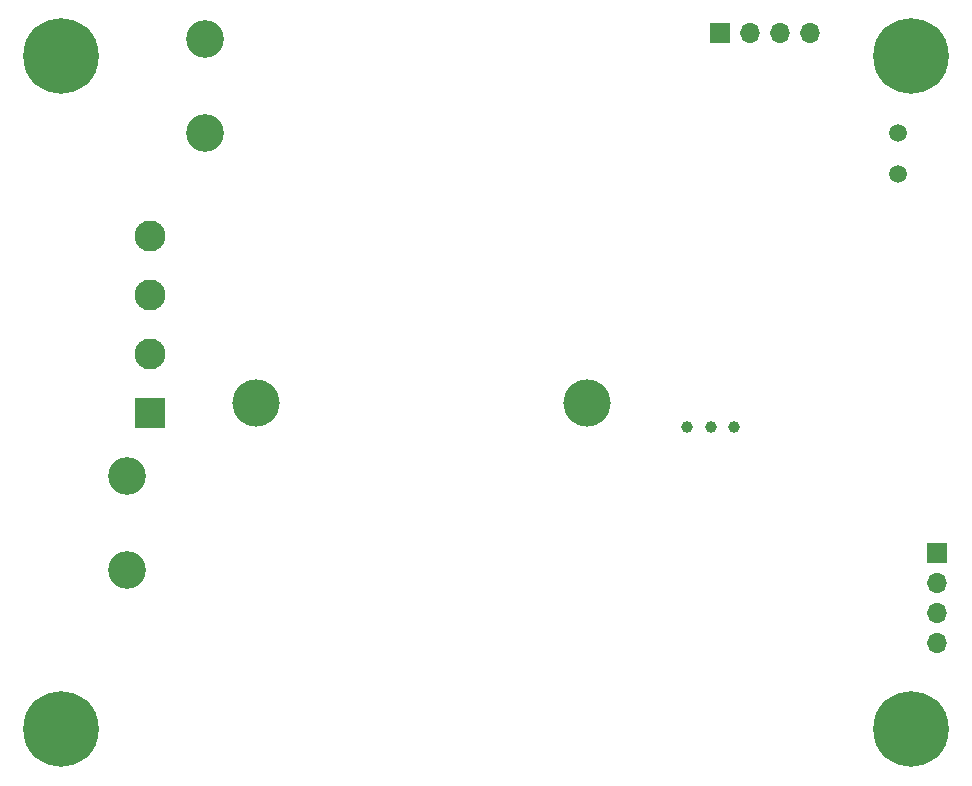
<source format=gbs>
G04 #@! TF.GenerationSoftware,KiCad,Pcbnew,5.1.9+dfsg1-1~bpo10+1*
G04 #@! TF.CreationDate,2021-11-07T18:13:51+00:00*
G04 #@! TF.ProjectId,MPPT_Solar_KiCAD,4d505054-5f53-46f6-9c61-725f4b694341,Rev. 2.1*
G04 #@! TF.SameCoordinates,Original*
G04 #@! TF.FileFunction,Soldermask,Bot*
G04 #@! TF.FilePolarity,Negative*
%FSLAX46Y46*%
G04 Gerber Fmt 4.6, Leading zero omitted, Abs format (unit mm)*
G04 Created by KiCad (PCBNEW 5.1.9+dfsg1-1~bpo10+1) date 2021-11-07 18:13:51*
%MOMM*%
%LPD*%
G01*
G04 APERTURE LIST*
%ADD10R,2.625000X2.625000*%
%ADD11C,2.625000*%
%ADD12C,3.200000*%
%ADD13C,1.000000*%
%ADD14C,1.500000*%
%ADD15O,1.700000X1.700000*%
%ADD16R,1.700000X1.700000*%
%ADD17C,0.800000*%
%ADD18C,6.400000*%
%ADD19C,4.000000*%
G04 APERTURE END LIST*
D10*
X26500000Y-74200000D03*
D11*
X26500000Y-69200000D03*
X26500000Y-64200000D03*
X26500000Y-59200000D03*
D12*
X31200000Y-42500000D03*
X31200000Y-50500000D03*
X24600000Y-79500000D03*
X24600000Y-87500000D03*
D13*
X74000000Y-75400000D03*
X76000000Y-75400000D03*
X72000000Y-75400000D03*
D14*
X89900000Y-54000000D03*
X89900000Y-50500000D03*
D15*
X93200000Y-93720000D03*
X93200000Y-91180000D03*
X93200000Y-88640000D03*
D16*
X93200000Y-86100000D03*
D17*
X92697056Y-42302944D03*
X91000000Y-41600000D03*
X89302944Y-42302944D03*
X88600000Y-44000000D03*
X89302944Y-45697056D03*
X91000000Y-46400000D03*
X92697056Y-45697056D03*
X93400000Y-44000000D03*
D18*
X91000000Y-44000000D03*
D17*
X92697056Y-99302944D03*
X91000000Y-98600000D03*
X89302944Y-99302944D03*
X88600000Y-101000000D03*
X89302944Y-102697056D03*
X91000000Y-103400000D03*
X92697056Y-102697056D03*
X93400000Y-101000000D03*
D18*
X91000000Y-101000000D03*
D17*
X20697056Y-99302944D03*
X19000000Y-98600000D03*
X17302944Y-99302944D03*
X16600000Y-101000000D03*
X17302944Y-102697056D03*
X19000000Y-103400000D03*
X20697056Y-102697056D03*
X21400000Y-101000000D03*
D18*
X19000000Y-101000000D03*
D17*
X20697056Y-42302944D03*
X19000000Y-41600000D03*
X17302944Y-42302944D03*
X16600000Y-44000000D03*
X17302944Y-45697056D03*
X19000000Y-46400000D03*
X20697056Y-45697056D03*
X21400000Y-44000000D03*
D18*
X19000000Y-44000000D03*
D15*
X82420000Y-42000000D03*
X79880000Y-42000000D03*
X77340000Y-42000000D03*
D16*
X74800000Y-42000000D03*
D19*
X63500000Y-73400000D03*
X35500000Y-73400000D03*
M02*

</source>
